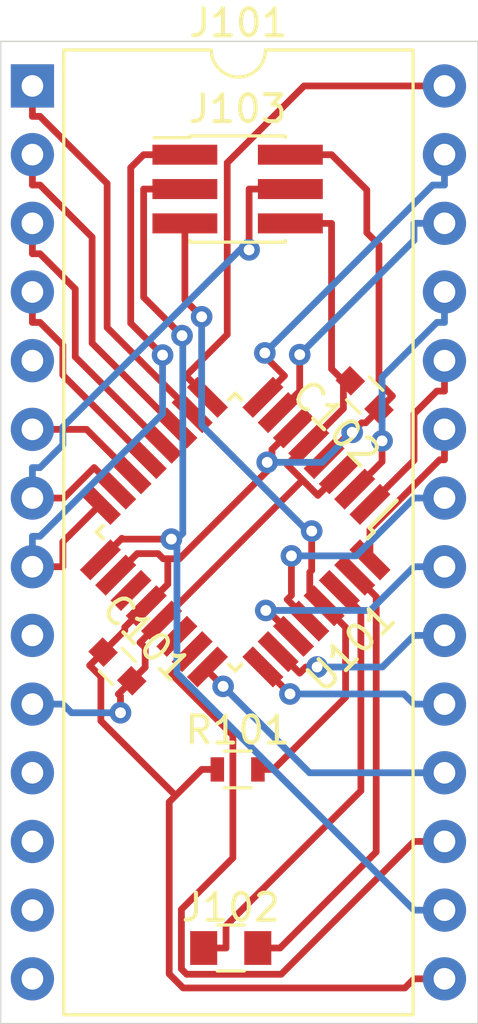
<source format=kicad_pcb>
(kicad_pcb (version 20171130) (host pcbnew "(5.1.5)-3")

  (general
    (thickness 1.6)
    (drawings 4)
    (tracks 234)
    (zones 0)
    (modules 7)
    (nets 26)
  )

  (page A4)
  (layers
    (0 F.Cu signal)
    (31 B.Cu signal)
    (32 B.Adhes user)
    (33 F.Adhes user)
    (34 B.Paste user)
    (35 F.Paste user)
    (36 B.SilkS user)
    (37 F.SilkS user)
    (38 B.Mask user)
    (39 F.Mask user)
    (40 Dwgs.User user)
    (41 Cmts.User user)
    (42 Eco1.User user)
    (43 Eco2.User user)
    (44 Edge.Cuts user)
    (45 Margin user)
    (46 B.CrtYd user)
    (47 F.CrtYd user)
    (48 B.Fab user)
    (49 F.Fab user)
  )

  (setup
    (last_trace_width 0.25)
    (trace_clearance 0.2)
    (zone_clearance 0.508)
    (zone_45_only no)
    (trace_min 0.2)
    (via_size 0.8)
    (via_drill 0.4)
    (via_min_size 0.4)
    (via_min_drill 0.3)
    (uvia_size 0.3)
    (uvia_drill 0.1)
    (uvias_allowed no)
    (uvia_min_size 0.2)
    (uvia_min_drill 0.1)
    (edge_width 0.05)
    (segment_width 0.2)
    (pcb_text_width 0.3)
    (pcb_text_size 1.5 1.5)
    (mod_edge_width 0.12)
    (mod_text_size 1 1)
    (mod_text_width 0.15)
    (pad_size 1.6 0.55)
    (pad_drill 0)
    (pad_to_mask_clearance 0.051)
    (solder_mask_min_width 0.25)
    (aux_axis_origin 0 0)
    (visible_elements 7FFFFFFF)
    (pcbplotparams
      (layerselection 0x010fc_ffffffff)
      (usegerberextensions false)
      (usegerberattributes false)
      (usegerberadvancedattributes false)
      (creategerberjobfile false)
      (excludeedgelayer true)
      (linewidth 0.100000)
      (plotframeref false)
      (viasonmask false)
      (mode 1)
      (useauxorigin false)
      (hpglpennumber 1)
      (hpglpenspeed 20)
      (hpglpendiameter 15.000000)
      (psnegative false)
      (psa4output false)
      (plotreference true)
      (plotvalue true)
      (plotinvisibletext false)
      (padsonsilk false)
      (subtractmaskfromsilk false)
      (outputformat 1)
      (mirror false)
      (drillshape 0)
      (scaleselection 1)
      (outputdirectory "gerber"))
  )

  (net 0 "")
  (net 1 /VCC)
  (net 2 GND)
  (net 3 /SegC)
  (net 4 /SegB)
  (net 5 /SegA)
  (net 6 /DP)
  (net 7 /D1)
  (net 8 /D2)
  (net 9 /D3)
  (net 10 /KN)
  (net 11 /D4)
  (net 12 /KO)
  (net 13 /D5)
  (net 14 /KP)
  (net 15 /D6)
  (net 16 /D7)
  (net 17 /SegG)
  (net 18 /D8)
  (net 19 /SegF)
  (net 20 /D9)
  (net 21 /SegE)
  (net 22 /SegD)
  (net 23 "Net-(J102-Pad2)")
  (net 24 "Net-(J102-Pad1)")
  (net 25 /RST)

  (net_class Default "This is the default net class."
    (clearance 0.2)
    (trace_width 0.25)
    (via_dia 0.8)
    (via_drill 0.4)
    (uvia_dia 0.3)
    (uvia_drill 0.1)
    (add_net /D1)
    (add_net /D2)
    (add_net /D3)
    (add_net /D4)
    (add_net /D5)
    (add_net /D6)
    (add_net /D7)
    (add_net /D8)
    (add_net /D9)
    (add_net /DP)
    (add_net /KN)
    (add_net /KO)
    (add_net /KP)
    (add_net /RST)
    (add_net /SegA)
    (add_net /SegB)
    (add_net /SegC)
    (add_net /SegD)
    (add_net /SegE)
    (add_net /SegF)
    (add_net /SegG)
    (add_net /VCC)
    (add_net GND)
    (add_net "Net-(J102-Pad1)")
    (add_net "Net-(J102-Pad2)")
  )

  (module Housings_DIP:DIP-28_W15.24mm (layer F.Cu) (tedit 59C78D6C) (tstamp 6082986D)
    (at 141 151)
    (descr "28-lead though-hole mounted DIP package, row spacing 15.24 mm (600 mils)")
    (tags "THT DIP DIL PDIP 2.54mm 15.24mm 600mil")
    (path /60832089)
    (fp_text reference J101 (at 7.62 -2.33) (layer F.SilkS)
      (effects (font (size 1 1) (thickness 0.15)))
    )
    (fp_text value Conn_02x14_Counter_Clockwise (at 7.62 35.35) (layer F.Fab) hide
      (effects (font (size 1 1) (thickness 0.15)))
    )
    (fp_text user %R (at 7.62 16.51) (layer F.Fab)
      (effects (font (size 1 1) (thickness 0.15)))
    )
    (fp_line (start 16.3 -1.55) (end -1.05 -1.55) (layer F.CrtYd) (width 0.05))
    (fp_line (start 16.3 34.55) (end 16.3 -1.55) (layer F.CrtYd) (width 0.05))
    (fp_line (start -1.05 34.55) (end 16.3 34.55) (layer F.CrtYd) (width 0.05))
    (fp_line (start -1.05 -1.55) (end -1.05 34.55) (layer F.CrtYd) (width 0.05))
    (fp_line (start 14.08 -1.33) (end 8.62 -1.33) (layer F.SilkS) (width 0.12))
    (fp_line (start 14.08 34.35) (end 14.08 -1.33) (layer F.SilkS) (width 0.12))
    (fp_line (start 1.16 34.35) (end 14.08 34.35) (layer F.SilkS) (width 0.12))
    (fp_line (start 1.16 -1.33) (end 1.16 34.35) (layer F.SilkS) (width 0.12))
    (fp_line (start 6.62 -1.33) (end 1.16 -1.33) (layer F.SilkS) (width 0.12))
    (fp_line (start 0.255 -0.27) (end 1.255 -1.27) (layer F.Fab) (width 0.1))
    (fp_line (start 0.255 34.29) (end 0.255 -0.27) (layer F.Fab) (width 0.1))
    (fp_line (start 14.985 34.29) (end 0.255 34.29) (layer F.Fab) (width 0.1))
    (fp_line (start 14.985 -1.27) (end 14.985 34.29) (layer F.Fab) (width 0.1))
    (fp_line (start 1.255 -1.27) (end 14.985 -1.27) (layer F.Fab) (width 0.1))
    (fp_arc (start 7.62 -1.33) (end 6.62 -1.33) (angle -180) (layer F.SilkS) (width 0.12))
    (pad 28 thru_hole oval (at 15.24 0) (size 1.6 1.6) (drill 0.8) (layers *.Cu *.Mask)
      (net 3 /SegC))
    (pad 14 thru_hole oval (at 0 33.02) (size 1.6 1.6) (drill 0.8) (layers *.Cu *.Mask))
    (pad 27 thru_hole oval (at 15.24 2.54) (size 1.6 1.6) (drill 0.8) (layers *.Cu *.Mask)
      (net 4 /SegB))
    (pad 13 thru_hole oval (at 0 30.48) (size 1.6 1.6) (drill 0.8) (layers *.Cu *.Mask))
    (pad 26 thru_hole oval (at 15.24 5.08) (size 1.6 1.6) (drill 0.8) (layers *.Cu *.Mask)
      (net 5 /SegA))
    (pad 12 thru_hole oval (at 0 27.94) (size 1.6 1.6) (drill 0.8) (layers *.Cu *.Mask))
    (pad 25 thru_hole oval (at 15.24 7.62) (size 1.6 1.6) (drill 0.8) (layers *.Cu *.Mask)
      (net 6 /DP))
    (pad 11 thru_hole oval (at 0 25.4) (size 1.6 1.6) (drill 0.8) (layers *.Cu *.Mask))
    (pad 24 thru_hole oval (at 15.24 10.16) (size 1.6 1.6) (drill 0.8) (layers *.Cu *.Mask)
      (net 7 /D1))
    (pad 10 thru_hole oval (at 0 22.86) (size 1.6 1.6) (drill 0.8) (layers *.Cu *.Mask)
      (net 2 GND))
    (pad 23 thru_hole oval (at 15.24 12.7) (size 1.6 1.6) (drill 0.8) (layers *.Cu *.Mask)
      (net 8 /D2))
    (pad 9 thru_hole oval (at 0 20.32) (size 1.6 1.6) (drill 0.8) (layers *.Cu *.Mask))
    (pad 22 thru_hole oval (at 15.24 15.24) (size 1.6 1.6) (drill 0.8) (layers *.Cu *.Mask)
      (net 9 /D3))
    (pad 8 thru_hole oval (at 0 17.78) (size 1.6 1.6) (drill 0.8) (layers *.Cu *.Mask)
      (net 10 /KN))
    (pad 21 thru_hole oval (at 15.24 17.78) (size 1.6 1.6) (drill 0.8) (layers *.Cu *.Mask)
      (net 11 /D4))
    (pad 7 thru_hole oval (at 0 15.24) (size 1.6 1.6) (drill 0.8) (layers *.Cu *.Mask)
      (net 12 /KO))
    (pad 20 thru_hole oval (at 15.24 20.32) (size 1.6 1.6) (drill 0.8) (layers *.Cu *.Mask)
      (net 13 /D5))
    (pad 6 thru_hole oval (at 0 12.7) (size 1.6 1.6) (drill 0.8) (layers *.Cu *.Mask)
      (net 14 /KP))
    (pad 19 thru_hole oval (at 15.24 22.86) (size 1.6 1.6) (drill 0.8) (layers *.Cu *.Mask)
      (net 15 /D6))
    (pad 5 thru_hole oval (at 0 10.16) (size 1.6 1.6) (drill 0.8) (layers *.Cu *.Mask))
    (pad 18 thru_hole oval (at 15.24 25.4) (size 1.6 1.6) (drill 0.8) (layers *.Cu *.Mask)
      (net 16 /D7))
    (pad 4 thru_hole oval (at 0 7.62) (size 1.6 1.6) (drill 0.8) (layers *.Cu *.Mask)
      (net 17 /SegG))
    (pad 17 thru_hole oval (at 15.24 27.94) (size 1.6 1.6) (drill 0.8) (layers *.Cu *.Mask)
      (net 18 /D8))
    (pad 3 thru_hole oval (at 0 5.08) (size 1.6 1.6) (drill 0.8) (layers *.Cu *.Mask)
      (net 19 /SegF))
    (pad 16 thru_hole oval (at 15.24 30.48) (size 1.6 1.6) (drill 0.8) (layers *.Cu *.Mask)
      (net 20 /D9))
    (pad 2 thru_hole oval (at 0 2.54) (size 1.6 1.6) (drill 0.8) (layers *.Cu *.Mask)
      (net 21 /SegE))
    (pad 15 thru_hole oval (at 15.24 33.02) (size 1.6 1.6) (drill 0.8) (layers *.Cu *.Mask)
      (net 1 /VCC))
    (pad 1 thru_hole rect (at 0 0) (size 1.6 1.6) (drill 0.8) (layers *.Cu *.Mask)
      (net 22 /SegD))
    (model ${KISYS3DMOD}/Housings_DIP.3dshapes/DIP-28_W15.24mm.wrl
      (at (xyz 0 0 0))
      (scale (xyz 1 1 1))
      (rotate (xyz 0 0 0))
    )
  )

  (module Housings_QFP:TQFP-32_7x7mm_Pitch0.8mm (layer F.Cu) (tedit 6082C1D0) (tstamp 6082BBD0)
    (at 148.5 167.5 225)
    (descr "32-Lead Plastic Thin Quad Flatpack (PT) - 7x7x1.0 mm Body, 2.00 mm [TQFP] (see Microchip Packaging Specification 00000049BS.pdf)")
    (tags "QFP 0.8")
    (path /60860800)
    (attr smd)
    (fp_text reference U101 (at 0 -6.05 45) (layer F.SilkS)
      (effects (font (size 1 1) (thickness 0.15)))
    )
    (fp_text value ATmega48PV-10AU-Phys (at 0 6.05 45) (layer F.Fab) hide
      (effects (font (size 1 1) (thickness 0.15)))
    )
    (fp_line (start -3.625 -3.4) (end -5.05 -3.4) (layer F.SilkS) (width 0.15))
    (fp_line (start 3.625 -3.625) (end 3.3 -3.625) (layer F.SilkS) (width 0.15))
    (fp_line (start 3.625 3.625) (end 3.3 3.625) (layer F.SilkS) (width 0.15))
    (fp_line (start -3.625 3.625) (end -3.3 3.625) (layer F.SilkS) (width 0.15))
    (fp_line (start -3.625 -3.625) (end -3.3 -3.625) (layer F.SilkS) (width 0.15))
    (fp_line (start -3.625 3.625) (end -3.625 3.3) (layer F.SilkS) (width 0.15))
    (fp_line (start 3.625 3.625) (end 3.625 3.3) (layer F.SilkS) (width 0.15))
    (fp_line (start 3.625 -3.625) (end 3.625 -3.3) (layer F.SilkS) (width 0.15))
    (fp_line (start -3.625 -3.625) (end -3.625 -3.4) (layer F.SilkS) (width 0.15))
    (fp_line (start -5.3 5.3) (end 5.3 5.3) (layer F.CrtYd) (width 0.05))
    (fp_line (start -5.3 -5.3) (end 5.3 -5.3) (layer F.CrtYd) (width 0.05))
    (fp_line (start 5.3 -5.3) (end 5.3 5.3) (layer F.CrtYd) (width 0.05))
    (fp_line (start -5.3 -5.3) (end -5.3 5.3) (layer F.CrtYd) (width 0.05))
    (fp_line (start -3.5 -2.5) (end -2.5 -3.5) (layer F.Fab) (width 0.15))
    (fp_line (start -3.5 3.5) (end -3.5 -2.5) (layer F.Fab) (width 0.15))
    (fp_line (start 3.5 3.5) (end -3.5 3.5) (layer F.Fab) (width 0.15))
    (fp_line (start 3.5 -3.5) (end 3.5 3.5) (layer F.Fab) (width 0.15))
    (fp_line (start -2.5 -3.5) (end 3.5 -3.5) (layer F.Fab) (width 0.15))
    (fp_text user %R (at 0 0 45) (layer F.Fab)
      (effects (font (size 1 1) (thickness 0.15)))
    )
    (pad 32 smd rect (at -2.8 -4.25 315) (size 1.6 0.55) (layers F.Cu F.Paste F.Mask)
      (net 8 /D2))
    (pad 31 smd rect (at -2 -4.25 315) (size 1.6 0.55) (layers F.Cu F.Paste F.Mask)
      (net 23 "Net-(J102-Pad2)"))
    (pad 30 smd rect (at -1.2 -4.25 315) (size 1.6 0.55) (layers F.Cu F.Paste F.Mask)
      (net 24 "Net-(J102-Pad1)"))
    (pad 29 smd rect (at -0.4 -4.25 315) (size 1.6 0.55) (layers F.Cu F.Paste F.Mask)
      (net 25 /RST))
    (pad 28 smd rect (at 0.4 -4.25 315) (size 1.6 0.55) (layers F.Cu F.Paste F.Mask)
      (net 9 /D3))
    (pad 27 smd rect (at 1.2 -4.25 315) (size 1.6 0.55) (layers F.Cu F.Paste F.Mask)
      (net 11 /D4))
    (pad 26 smd rect (at 2 -4.25 315) (size 1.6 0.55) (layers F.Cu F.Paste F.Mask)
      (net 13 /D5))
    (pad 25 smd rect (at 2.8 -4.25 315) (size 1.6 0.55) (layers F.Cu F.Paste F.Mask)
      (net 15 /D6))
    (pad 24 smd rect (at 4.25 -2.8 225) (size 1.6 0.55) (layers F.Cu F.Paste F.Mask)
      (net 16 /D7))
    (pad 23 smd rect (at 4.25 -2 225) (size 1.6 0.55) (layers F.Cu F.Paste F.Mask)
      (net 18 /D8))
    (pad 22 smd rect (at 4.25 -1.2 225) (size 1.6 0.55) (layers F.Cu F.Paste F.Mask))
    (pad 21 smd rect (at 4.25 -0.4 225) (size 1.6 0.55) (layers F.Cu F.Paste F.Mask)
      (net 2 GND))
    (pad 20 smd rect (at 4.25 0.4 225) (size 1.6 0.55) (layers F.Cu F.Paste F.Mask)
      (net 1 /VCC))
    (pad 19 smd rect (at 4.25 1.2 225) (size 1.6 0.55) (layers F.Cu F.Paste F.Mask))
    (pad 18 smd rect (at 4.25 2 225) (size 1.6 0.55) (layers F.Cu F.Paste F.Mask)
      (net 1 /VCC))
    (pad 17 smd rect (at 4.25 2.8 225) (size 1.6 0.55) (layers F.Cu F.Paste F.Mask)
      (net 20 /D9))
    (pad 16 smd rect (at 2.8 4.25 315) (size 1.6 0.55) (layers F.Cu F.Paste F.Mask)
      (net 10 /KN))
    (pad 15 smd rect (at 2 4.25 315) (size 1.6 0.55) (layers F.Cu F.Paste F.Mask)
      (net 12 /KO))
    (pad 14 smd rect (at 1.2 4.25 315) (size 1.6 0.55) (layers F.Cu F.Paste F.Mask)
      (net 14 /KP))
    (pad 13 smd rect (at 0.4 4.25 315) (size 1.6 0.55) (layers F.Cu F.Paste F.Mask)
      (net 17 /SegG))
    (pad 12 smd rect (at -0.4 4.25 315) (size 1.6 0.55) (layers F.Cu F.Paste F.Mask)
      (net 19 /SegF))
    (pad 11 smd rect (at -1.2 4.25 315) (size 1.6 0.55) (layers F.Cu F.Paste F.Mask)
      (net 21 /SegE))
    (pad 10 smd rect (at -2 4.25 315) (size 1.6 0.55) (layers F.Cu F.Paste F.Mask)
      (net 22 /SegD))
    (pad 9 smd rect (at -2.8 4.25 315) (size 1.6 0.55) (layers F.Cu F.Paste F.Mask)
      (net 3 /SegC))
    (pad 8 smd rect (at -4.25 2.8 225) (size 1.6 0.55) (layers F.Cu F.Paste F.Mask)
      (net 4 /SegB))
    (pad 7 smd rect (at -4.25 2 225) (size 1.6 0.55) (layers F.Cu F.Paste F.Mask)
      (net 5 /SegA))
    (pad 6 smd rect (at -4.25 1.2 225) (size 1.6 0.55) (layers F.Cu F.Paste F.Mask)
      (net 1 /VCC))
    (pad 5 smd rect (at -4.25 0.4 225) (size 1.6 0.55) (layers F.Cu F.Paste F.Mask)
      (net 2 GND))
    (pad 4 smd rect (at -4.25 -0.4 225) (size 1.6 0.55) (layers F.Cu F.Paste F.Mask)
      (net 1 /VCC))
    (pad 3 smd rect (at -4.25 -1.2 225) (size 1.6 0.55) (layers F.Cu F.Paste F.Mask)
      (net 2 GND))
    (pad 2 smd rect (at -4.25 -2 225) (size 1.6 0.55) (layers F.Cu F.Paste F.Mask)
      (net 6 /DP))
    (pad 1 smd rect (at -4.25 -2.8 225) (size 1.6 0.55) (layers F.Cu F.Paste F.Mask)
      (net 7 /D1))
    (model ${KISYS3DMOD}/Housings_QFP.3dshapes/TQFP-32_7x7mm_Pitch0.8mm.wrl
      (at (xyz 0 0 0))
      (scale (xyz 1 1 1))
      (rotate (xyz 0 0 0))
    )
  )

  (module Capacitors_SMD:C_0603 (layer F.Cu) (tedit 59958EE7) (tstamp 6082AC5B)
    (at 144.145 172.466 315)
    (descr "Capacitor SMD 0603, reflow soldering, AVX (see smccp.pdf)")
    (tags "capacitor 0603")
    (path /6085ADB9)
    (attr smd)
    (fp_text reference C101 (at 0 -1.5 135) (layer F.SilkS)
      (effects (font (size 1 1) (thickness 0.15)))
    )
    (fp_text value 100n (at 0 1.5 135) (layer F.Fab)
      (effects (font (size 1 1) (thickness 0.15)))
    )
    (fp_text user %R (at 0 0 135) (layer F.Fab)
      (effects (font (size 0.3 0.3) (thickness 0.075)))
    )
    (fp_line (start -0.8 0.4) (end -0.8 -0.4) (layer F.Fab) (width 0.1))
    (fp_line (start 0.8 0.4) (end -0.8 0.4) (layer F.Fab) (width 0.1))
    (fp_line (start 0.8 -0.4) (end 0.8 0.4) (layer F.Fab) (width 0.1))
    (fp_line (start -0.8 -0.4) (end 0.8 -0.4) (layer F.Fab) (width 0.1))
    (fp_line (start -0.35 -0.6) (end 0.35 -0.6) (layer F.SilkS) (width 0.12))
    (fp_line (start 0.35 0.6) (end -0.35 0.6) (layer F.SilkS) (width 0.12))
    (fp_line (start -1.4 -0.65) (end 1.4 -0.65) (layer F.CrtYd) (width 0.05))
    (fp_line (start -1.4 -0.65) (end -1.4 0.65) (layer F.CrtYd) (width 0.05))
    (fp_line (start 1.4 0.65) (end 1.4 -0.65) (layer F.CrtYd) (width 0.05))
    (fp_line (start 1.4 0.65) (end -1.4 0.65) (layer F.CrtYd) (width 0.05))
    (pad 1 smd rect (at -0.75 0 315) (size 0.8 0.75) (layers F.Cu F.Paste F.Mask)
      (net 1 /VCC))
    (pad 2 smd rect (at 0.75 0 315) (size 0.8 0.75) (layers F.Cu F.Paste F.Mask)
      (net 2 GND))
    (model Capacitors_SMD.3dshapes/C_0603.wrl
      (at (xyz 0 0 0))
      (scale (xyz 1 1 1))
      (rotate (xyz 0 0 0))
    )
  )

  (module Capacitors_SMD:C_0603 (layer F.Cu) (tedit 59958EE7) (tstamp 6082AC6C)
    (at 153.289 162.433 135)
    (descr "Capacitor SMD 0603, reflow soldering, AVX (see smccp.pdf)")
    (tags "capacitor 0603")
    (path /6085B1BA)
    (attr smd)
    (fp_text reference C102 (at 0 -1.5 135) (layer F.SilkS)
      (effects (font (size 1 1) (thickness 0.15)))
    )
    (fp_text value 100n (at 0 1.5 135) (layer F.Fab)
      (effects (font (size 1 1) (thickness 0.15)))
    )
    (fp_line (start 1.4 0.65) (end -1.4 0.65) (layer F.CrtYd) (width 0.05))
    (fp_line (start 1.4 0.65) (end 1.4 -0.65) (layer F.CrtYd) (width 0.05))
    (fp_line (start -1.4 -0.65) (end -1.4 0.65) (layer F.CrtYd) (width 0.05))
    (fp_line (start -1.4 -0.65) (end 1.4 -0.65) (layer F.CrtYd) (width 0.05))
    (fp_line (start 0.35 0.6) (end -0.35 0.6) (layer F.SilkS) (width 0.12))
    (fp_line (start -0.35 -0.6) (end 0.35 -0.6) (layer F.SilkS) (width 0.12))
    (fp_line (start -0.8 -0.4) (end 0.8 -0.4) (layer F.Fab) (width 0.1))
    (fp_line (start 0.8 -0.4) (end 0.8 0.4) (layer F.Fab) (width 0.1))
    (fp_line (start 0.8 0.4) (end -0.8 0.4) (layer F.Fab) (width 0.1))
    (fp_line (start -0.8 0.4) (end -0.8 -0.4) (layer F.Fab) (width 0.1))
    (fp_text user %R (at 0 0 45) (layer F.Fab)
      (effects (font (size 0.3 0.3) (thickness 0.075)))
    )
    (pad 2 smd rect (at 0.75 0 135) (size 0.8 0.75) (layers F.Cu F.Paste F.Mask)
      (net 2 GND))
    (pad 1 smd rect (at -0.75 0 135) (size 0.8 0.75) (layers F.Cu F.Paste F.Mask)
      (net 1 /VCC))
    (model Capacitors_SMD.3dshapes/C_0603.wrl
      (at (xyz 0 0 0))
      (scale (xyz 1 1 1))
      (rotate (xyz 0 0 0))
    )
  )

  (module Resistors_SMD:R_0603 (layer F.Cu) (tedit 58E0A804) (tstamp 6082AC7D)
    (at 148.59 176.276)
    (descr "Resistor SMD 0603, reflow soldering, Vishay (see dcrcw.pdf)")
    (tags "resistor 0603")
    (path /6085C02E)
    (attr smd)
    (fp_text reference R101 (at 0 -1.45) (layer F.SilkS)
      (effects (font (size 1 1) (thickness 0.15)))
    )
    (fp_text value 10k (at 0 1.5) (layer F.Fab)
      (effects (font (size 1 1) (thickness 0.15)))
    )
    (fp_line (start 1.25 0.7) (end -1.25 0.7) (layer F.CrtYd) (width 0.05))
    (fp_line (start 1.25 0.7) (end 1.25 -0.7) (layer F.CrtYd) (width 0.05))
    (fp_line (start -1.25 -0.7) (end -1.25 0.7) (layer F.CrtYd) (width 0.05))
    (fp_line (start -1.25 -0.7) (end 1.25 -0.7) (layer F.CrtYd) (width 0.05))
    (fp_line (start -0.5 -0.68) (end 0.5 -0.68) (layer F.SilkS) (width 0.12))
    (fp_line (start 0.5 0.68) (end -0.5 0.68) (layer F.SilkS) (width 0.12))
    (fp_line (start -0.8 -0.4) (end 0.8 -0.4) (layer F.Fab) (width 0.1))
    (fp_line (start 0.8 -0.4) (end 0.8 0.4) (layer F.Fab) (width 0.1))
    (fp_line (start 0.8 0.4) (end -0.8 0.4) (layer F.Fab) (width 0.1))
    (fp_line (start -0.8 0.4) (end -0.8 -0.4) (layer F.Fab) (width 0.1))
    (fp_text user %R (at -0.625001 -0.740001) (layer F.Fab)
      (effects (font (size 0.4 0.4) (thickness 0.075)))
    )
    (pad 2 smd rect (at 0.75 0) (size 0.5 0.9) (layers F.Cu F.Paste F.Mask)
      (net 25 /RST))
    (pad 1 smd rect (at -0.75 0) (size 0.5 0.9) (layers F.Cu F.Paste F.Mask)
      (net 1 /VCC))
    (model ${KISYS3DMOD}/Resistors_SMD.3dshapes/R_0603.wrl
      (at (xyz 0 0 0))
      (scale (xyz 1 1 1))
      (rotate (xyz 0 0 0))
    )
  )

  (module Capacitors_SMD:C_0805 (layer F.Cu) (tedit 58AA8463) (tstamp 60AFCB85)
    (at 148.336 182.88)
    (descr "Capacitor SMD 0805, reflow soldering, AVX (see smccp.pdf)")
    (tags "capacitor 0805")
    (path /60B0200E)
    (attr smd)
    (fp_text reference J102 (at 0 -1.5) (layer F.SilkS)
      (effects (font (size 1 1) (thickness 0.15)))
    )
    (fp_text value Conn_01x02_Male (at 0 1.75) (layer F.Fab)
      (effects (font (size 1 1) (thickness 0.15)))
    )
    (fp_line (start 1.75 0.87) (end -1.75 0.87) (layer F.CrtYd) (width 0.05))
    (fp_line (start 1.75 0.87) (end 1.75 -0.88) (layer F.CrtYd) (width 0.05))
    (fp_line (start -1.75 -0.88) (end -1.75 0.87) (layer F.CrtYd) (width 0.05))
    (fp_line (start -1.75 -0.88) (end 1.75 -0.88) (layer F.CrtYd) (width 0.05))
    (fp_line (start -0.5 0.85) (end 0.5 0.85) (layer F.SilkS) (width 0.12))
    (fp_line (start 0.5 -0.85) (end -0.5 -0.85) (layer F.SilkS) (width 0.12))
    (fp_line (start -1 -0.62) (end 1 -0.62) (layer F.Fab) (width 0.1))
    (fp_line (start 1 -0.62) (end 1 0.62) (layer F.Fab) (width 0.1))
    (fp_line (start 1 0.62) (end -1 0.62) (layer F.Fab) (width 0.1))
    (fp_line (start -1 0.62) (end -1 -0.62) (layer F.Fab) (width 0.1))
    (fp_text user %R (at 0 -1.5) (layer F.Fab)
      (effects (font (size 1 1) (thickness 0.15)))
    )
    (pad 2 smd rect (at 1 0) (size 1 1.25) (layers F.Cu F.Paste F.Mask)
      (net 23 "Net-(J102-Pad2)"))
    (pad 1 smd rect (at -1 0) (size 1 1.25) (layers F.Cu F.Paste F.Mask)
      (net 24 "Net-(J102-Pad1)"))
    (model Capacitors_SMD.3dshapes/C_0805.wrl
      (at (xyz 0 0 0))
      (scale (xyz 1 1 1))
      (rotate (xyz 0 0 0))
    )
  )

  (module Pin_Headers:Pin_Header_Straight_2x03_Pitch1.27mm_SMD (layer F.Cu) (tedit 59650536) (tstamp 60AFD478)
    (at 148.59 154.813)
    (descr "surface-mounted straight pin header, 2x03, 1.27mm pitch, double rows")
    (tags "Surface mounted pin header SMD 2x03 1.27mm double row")
    (path /60B06840)
    (attr smd)
    (fp_text reference J103 (at 0 -2.965) (layer F.SilkS)
      (effects (font (size 1 1) (thickness 0.15)))
    )
    (fp_text value Conn_02x03_Odd_Even (at 0 2.965) (layer F.Fab)
      (effects (font (size 1 1) (thickness 0.15)))
    )
    (fp_text user %R (at 4.953 -3.048 90) (layer F.Fab)
      (effects (font (size 1 1) (thickness 0.15)))
    )
    (fp_line (start 4.3 -2.45) (end -4.3 -2.45) (layer F.CrtYd) (width 0.05))
    (fp_line (start 4.3 2.45) (end 4.3 -2.45) (layer F.CrtYd) (width 0.05))
    (fp_line (start -4.3 2.45) (end 4.3 2.45) (layer F.CrtYd) (width 0.05))
    (fp_line (start -4.3 -2.45) (end -4.3 2.45) (layer F.CrtYd) (width 0.05))
    (fp_line (start 1.765 1.9) (end 1.765 1.965) (layer F.SilkS) (width 0.12))
    (fp_line (start -1.765 1.9) (end -1.765 1.965) (layer F.SilkS) (width 0.12))
    (fp_line (start 1.765 -1.965) (end 1.765 -1.9) (layer F.SilkS) (width 0.12))
    (fp_line (start -1.765 -1.965) (end -1.765 -1.9) (layer F.SilkS) (width 0.12))
    (fp_line (start -3.09 -1.9) (end -1.765 -1.9) (layer F.SilkS) (width 0.12))
    (fp_line (start -1.765 1.965) (end 1.765 1.965) (layer F.SilkS) (width 0.12))
    (fp_line (start -1.765 -1.965) (end 1.765 -1.965) (layer F.SilkS) (width 0.12))
    (fp_line (start 2.75 1.47) (end 1.705 1.47) (layer F.Fab) (width 0.1))
    (fp_line (start 2.75 1.07) (end 2.75 1.47) (layer F.Fab) (width 0.1))
    (fp_line (start 1.705 1.07) (end 2.75 1.07) (layer F.Fab) (width 0.1))
    (fp_line (start -2.75 1.47) (end -1.705 1.47) (layer F.Fab) (width 0.1))
    (fp_line (start -2.75 1.07) (end -2.75 1.47) (layer F.Fab) (width 0.1))
    (fp_line (start -1.705 1.07) (end -2.75 1.07) (layer F.Fab) (width 0.1))
    (fp_line (start 2.75 0.2) (end 1.705 0.2) (layer F.Fab) (width 0.1))
    (fp_line (start 2.75 -0.2) (end 2.75 0.2) (layer F.Fab) (width 0.1))
    (fp_line (start 1.705 -0.2) (end 2.75 -0.2) (layer F.Fab) (width 0.1))
    (fp_line (start -2.75 0.2) (end -1.705 0.2) (layer F.Fab) (width 0.1))
    (fp_line (start -2.75 -0.2) (end -2.75 0.2) (layer F.Fab) (width 0.1))
    (fp_line (start -1.705 -0.2) (end -2.75 -0.2) (layer F.Fab) (width 0.1))
    (fp_line (start 2.75 -1.07) (end 1.705 -1.07) (layer F.Fab) (width 0.1))
    (fp_line (start 2.75 -1.47) (end 2.75 -1.07) (layer F.Fab) (width 0.1))
    (fp_line (start 1.705 -1.47) (end 2.75 -1.47) (layer F.Fab) (width 0.1))
    (fp_line (start -2.75 -1.07) (end -1.705 -1.07) (layer F.Fab) (width 0.1))
    (fp_line (start -2.75 -1.47) (end -2.75 -1.07) (layer F.Fab) (width 0.1))
    (fp_line (start -1.705 -1.47) (end -2.75 -1.47) (layer F.Fab) (width 0.1))
    (fp_line (start 1.705 -1.905) (end 1.705 1.905) (layer F.Fab) (width 0.1))
    (fp_line (start -1.705 -1.47) (end -1.27 -1.905) (layer F.Fab) (width 0.1))
    (fp_line (start -1.705 1.905) (end -1.705 -1.47) (layer F.Fab) (width 0.1))
    (fp_line (start -1.27 -1.905) (end 1.705 -1.905) (layer F.Fab) (width 0.1))
    (fp_line (start 1.705 1.905) (end -1.705 1.905) (layer F.Fab) (width 0.1))
    (pad 6 smd rect (at 1.95 1.27) (size 2.4 0.74) (layers F.Cu F.Paste F.Mask)
      (net 2 GND))
    (pad 5 smd rect (at -1.95 1.27) (size 2.4 0.74) (layers F.Cu F.Paste F.Mask)
      (net 25 /RST))
    (pad 4 smd rect (at 1.95 0) (size 2.4 0.74) (layers F.Cu F.Paste F.Mask)
      (net 12 /KO))
    (pad 3 smd rect (at -1.95 0) (size 2.4 0.74) (layers F.Cu F.Paste F.Mask)
      (net 20 /D9))
    (pad 2 smd rect (at 1.95 -1.27) (size 2.4 0.74) (layers F.Cu F.Paste F.Mask)
      (net 1 /VCC))
    (pad 1 smd rect (at -1.95 -1.27) (size 2.4 0.74) (layers F.Cu F.Paste F.Mask)
      (net 10 /KN))
    (model ${KISYS3DMOD}/Pin_Headers.3dshapes/Pin_Header_Straight_2x03_Pitch1.27mm_SMD.wrl
      (at (xyz 0 0 0))
      (scale (xyz 1 1 1))
      (rotate (xyz 0 0 0))
    )
  )

  (gr_line (start 139.827 185.674) (end 139.827 149.352) (layer Edge.Cuts) (width 0.05) (tstamp 6082D243))
  (gr_line (start 157.48 185.674) (end 139.827 185.674) (layer Edge.Cuts) (width 0.05))
  (gr_line (start 157.48 149.352) (end 157.48 185.674) (layer Edge.Cuts) (width 0.05))
  (gr_line (start 139.827 149.352) (end 157.48 149.352) (layer Edge.Cuts) (width 0.05))

  (segment (start 152.0653 153.543) (end 153.369 154.8467) (width 0.25) (layer F.Cu) (net 1))
  (segment (start 153.369 154.8467) (end 153.369 156.4281) (width 0.25) (layer F.Cu) (net 1))
  (segment (start 153.369 156.4281) (end 153.8193 156.8784) (width 0.25) (layer F.Cu) (net 1))
  (segment (start 153.8193 156.8784) (end 153.8193 161.9728) (width 0.25) (layer F.Cu) (net 1))
  (segment (start 153.8193 161.9728) (end 154.3146 162.468) (width 0.25) (layer F.Cu) (net 1))
  (segment (start 153.8193 162.9633) (end 154.3146 162.468) (width 0.25) (layer F.Cu) (net 1))
  (segment (start 150.54 153.543) (end 152.0653 153.543) (width 0.25) (layer F.Cu) (net 1))
  (segment (start 146.0077 168.4848) (end 146.4397 168.4848) (width 0.25) (layer F.Cu) (net 1))
  (segment (start 146.4397 168.4848) (end 149.6848 165.2397) (width 0.25) (layer F.Cu) (net 1))
  (segment (start 149.6848 165.2397) (end 149.6848 164.9191) (width 0.25) (layer F.Cu) (net 1))
  (segment (start 144.8763 168.2953) (end 144.8763 168.2954) (width 0.25) (layer F.Cu) (net 1))
  (segment (start 144.8763 168.2954) (end 145.6494 168.2954) (width 0.25) (layer F.Cu) (net 1))
  (segment (start 145.6494 168.2954) (end 145.8388 168.4848) (width 0.25) (layer F.Cu) (net 1))
  (segment (start 145.8388 168.4848) (end 146.0077 168.4848) (width 0.25) (layer F.Cu) (net 1))
  (segment (start 146.0077 168.4848) (end 146.0077 169.4267) (width 0.25) (layer F.Cu) (net 1))
  (segment (start 146.2963 177.2444) (end 146.0603 177.4804) (width 0.25) (layer F.Cu) (net 1))
  (segment (start 146.0603 177.4804) (end 146.0603 183.8415) (width 0.25) (layer F.Cu) (net 1))
  (segment (start 146.0603 183.8415) (end 146.5765 184.3577) (width 0.25) (layer F.Cu) (net 1))
  (segment (start 146.5765 184.3577) (end 154.777 184.3577) (width 0.25) (layer F.Cu) (net 1))
  (segment (start 154.777 184.3577) (end 155.1147 184.02) (width 0.25) (layer F.Cu) (net 1))
  (segment (start 147.2647 176.276) (end 146.2963 177.2444) (width 0.25) (layer F.Cu) (net 1))
  (segment (start 143.1195 172.4309) (end 143.5331 172.8446) (width 0.25) (layer F.Cu) (net 1))
  (segment (start 143.5331 172.8446) (end 143.5331 174.4812) (width 0.25) (layer F.Cu) (net 1))
  (segment (start 143.5331 174.4812) (end 146.2963 177.2444) (width 0.25) (layer F.Cu) (net 1))
  (segment (start 143.6147 171.9357) (end 143.1195 172.4309) (width 0.25) (layer F.Cu) (net 1))
  (segment (start 143.6987 171.8517) (end 143.6147 171.9357) (width 0.25) (layer F.Cu) (net 1))
  (segment (start 143.6987 171.8517) (end 144.11 171.4404) (width 0.25) (layer F.Cu) (net 1))
  (segment (start 156.24 184.02) (end 155.1147 184.02) (width 0.25) (layer F.Cu) (net 1))
  (segment (start 144.4163 171.0181) (end 144.4163 171.1341) (width 0.25) (layer F.Cu) (net 1))
  (segment (start 144.4163 171.1341) (end 144.11 171.4404) (width 0.25) (layer F.Cu) (net 1))
  (segment (start 147.84 176.276) (end 147.2647 176.276) (width 0.25) (layer F.Cu) (net 1))
  (segment (start 149.861 164.442) (end 149.861 164.7429) (width 0.25) (layer F.Cu) (net 1))
  (segment (start 149.861 164.7429) (end 149.6848 164.9191) (width 0.25) (layer F.Cu) (net 1))
  (segment (start 152.8275 163.8091) (end 151.7175 164.9191) (width 0.25) (layer B.Cu) (net 1))
  (segment (start 151.7175 164.9191) (end 149.6848 164.9191) (width 0.25) (layer B.Cu) (net 1))
  (segment (start 152.8275 163.8091) (end 153.1781 163.4585) (width 0.25) (layer F.Cu) (net 1))
  (segment (start 153.1781 163.4585) (end 153.324 163.4585) (width 0.25) (layer F.Cu) (net 1))
  (segment (start 153.324 163.4585) (end 153.3241 163.4585) (width 0.25) (layer F.Cu) (net 1))
  (segment (start 152.8275 163.8091) (end 152.7565 163.8091) (width 0.25) (layer F.Cu) (net 1))
  (segment (start 152.7565 163.8091) (end 151.788 164.7776) (width 0.25) (layer F.Cu) (net 1))
  (segment (start 153.8193 162.9633) (end 153.3241 163.4585) (width 0.25) (layer F.Cu) (net 1))
  (segment (start 145.212 170.2224) (end 146.0077 169.4267) (width 0.25) (layer F.Cu) (net 1))
  (segment (start 144.0806 169.091) (end 144.8763 168.2953) (width 0.25) (layer F.Cu) (net 1))
  (segment (start 150.6567 163.6463) (end 149.861 164.442) (width 0.25) (layer F.Cu) (net 1))
  (segment (start 145.212 170.2224) (end 144.4163 171.0181) (width 0.25) (layer F.Cu) (net 1))
  (via (at 149.6848 164.9191) (size 0.8) (layers F.Cu B.Cu) (net 1))
  (via (at 152.8275 163.8091) (size 0.8) (layers F.Cu B.Cu) (net 1))
  (segment (start 150.54 156.083) (end 152.0653 156.083) (width 0.25) (layer F.Cu) (net 2))
  (segment (start 152.0653 156.083) (end 152.0653 161.4657) (width 0.25) (layer F.Cu) (net 2))
  (segment (start 152.0653 161.4657) (end 152.5023 161.9027) (width 0.25) (layer F.Cu) (net 2))
  (segment (start 152.5023 161.9027) (end 152.5023 162.9321) (width 0.25) (layer F.Cu) (net 2))
  (segment (start 152.5023 162.9321) (end 151.2224 164.212) (width 0.25) (layer F.Cu) (net 2))
  (segment (start 152.7587 161.9027) (end 152.5023 161.9027) (width 0.25) (layer F.Cu) (net 2))
  (segment (start 145.7776 170.788) (end 144.9819 171.5837) (width 0.25) (layer F.Cu) (net 2))
  (segment (start 144.6753 172.9963) (end 145.1706 172.501) (width 0.25) (layer F.Cu) (net 2))
  (segment (start 144.9819 171.5837) (end 145.1705 171.7723) (width 0.25) (layer F.Cu) (net 2))
  (segment (start 145.1705 171.7723) (end 145.1705 172.501) (width 0.25) (layer F.Cu) (net 2))
  (segment (start 145.1705 172.501) (end 145.1706 172.501) (width 0.25) (layer F.Cu) (net 2))
  (segment (start 150.9922 165.5734) (end 145.7776 170.788) (width 0.25) (layer F.Cu) (net 2))
  (segment (start 141 173.86) (end 142.1253 173.86) (width 0.25) (layer B.Cu) (net 2))
  (segment (start 144.6753 172.9963) (end 144.1801 173.4915) (width 0.25) (layer F.Cu) (net 2))
  (segment (start 144.2584 174.1808) (end 142.4461 174.1808) (width 0.25) (layer B.Cu) (net 2))
  (segment (start 142.4461 174.1808) (end 142.1253 173.86) (width 0.25) (layer B.Cu) (net 2))
  (segment (start 144.1801 173.4915) (end 144.2584 173.5699) (width 0.25) (layer F.Cu) (net 2))
  (segment (start 144.2584 173.5699) (end 144.2584 174.1808) (width 0.25) (layer F.Cu) (net 2))
  (segment (start 151.558 166.139) (end 151.5578 166.139) (width 0.25) (layer F.Cu) (net 2))
  (segment (start 151.5578 166.139) (end 150.9922 165.5734) (width 0.25) (layer F.Cu) (net 2))
  (segment (start 150.4267 165.0077) (end 150.4267 165.0079) (width 0.25) (layer F.Cu) (net 2))
  (segment (start 150.4267 165.0079) (end 150.9922 165.5734) (width 0.25) (layer F.Cu) (net 2))
  (segment (start 151.2224 164.212) (end 150.4267 165.0077) (width 0.25) (layer F.Cu) (net 2))
  (segment (start 152.3537 165.3433) (end 151.558 166.139) (width 0.25) (layer F.Cu) (net 2))
  (via (at 144.2584 174.1808) (size 0.8) (layers F.Cu B.Cu) (net 2))
  (segment (start 146.6791 161.7192) (end 148.2055 160.1928) (width 0.25) (layer F.Cu) (net 3))
  (segment (start 148.2055 160.1928) (end 148.2055 153.8416) (width 0.25) (layer F.Cu) (net 3))
  (segment (start 148.2055 153.8416) (end 151.0471 151) (width 0.25) (layer F.Cu) (net 3))
  (segment (start 151.0471 151) (end 156.24 151) (width 0.25) (layer F.Cu) (net 3))
  (segment (start 147.4747 162.5149) (end 146.6791 161.7192) (width 0.25) (layer F.Cu) (net 3))
  (segment (start 150.321 161.7192) (end 149.597 160.9953) (width 0.25) (layer F.Cu) (net 4))
  (segment (start 149.597 160.9953) (end 149.597 160.8735) (width 0.25) (layer F.Cu) (net 4))
  (segment (start 149.597 160.8735) (end 155.8052 154.6653) (width 0.25) (layer B.Cu) (net 4))
  (segment (start 155.8052 154.6653) (end 156.24 154.6653) (width 0.25) (layer B.Cu) (net 4))
  (segment (start 156.24 153.54) (end 156.24 154.6653) (width 0.25) (layer B.Cu) (net 4))
  (segment (start 149.5253 162.5149) (end 150.321 161.7192) (width 0.25) (layer F.Cu) (net 4))
  (via (at 149.597 160.8735) (size 0.8) (layers F.Cu B.Cu) (net 4))
  (segment (start 150.8868 162.2848) (end 150.8868 160.9371) (width 0.25) (layer F.Cu) (net 5))
  (segment (start 155.1147 156.08) (end 155.1147 156.7092) (width 0.25) (layer B.Cu) (net 5))
  (segment (start 155.1147 156.7092) (end 150.8868 160.9371) (width 0.25) (layer B.Cu) (net 5))
  (segment (start 156.24 156.08) (end 155.1147 156.08) (width 0.25) (layer B.Cu) (net 5))
  (segment (start 150.091 163.0806) (end 150.8868 162.2848) (width 0.25) (layer F.Cu) (net 5))
  (via (at 150.8868 160.9371) (size 0.8) (layers F.Cu B.Cu) (net 5))
  (segment (start 152.9194 165.909) (end 153.9324 164.896) (width 0.25) (layer F.Cu) (net 6))
  (segment (start 153.9324 164.896) (end 153.9324 164.1263) (width 0.25) (layer F.Cu) (net 6))
  (segment (start 156.24 159.7453) (end 155.9587 159.7453) (width 0.25) (layer B.Cu) (net 6))
  (segment (start 155.9587 159.7453) (end 153.9324 161.7716) (width 0.25) (layer B.Cu) (net 6))
  (segment (start 153.9324 161.7716) (end 153.9324 164.1263) (width 0.25) (layer B.Cu) (net 6))
  (segment (start 156.24 158.62) (end 156.24 159.7453) (width 0.25) (layer B.Cu) (net 6))
  (via (at 153.9324 164.1263) (size 0.8) (layers F.Cu B.Cu) (net 6))
  (segment (start 154.2808 165.679) (end 155.1147 164.8451) (width 0.25) (layer F.Cu) (net 7))
  (segment (start 155.1147 164.8451) (end 155.1147 163.1292) (width 0.25) (layer F.Cu) (net 7))
  (segment (start 155.1147 163.1292) (end 155.9586 162.2853) (width 0.25) (layer F.Cu) (net 7))
  (segment (start 155.9586 162.2853) (end 156.24 162.2853) (width 0.25) (layer F.Cu) (net 7))
  (segment (start 153.4851 166.4747) (end 154.2808 165.679) (width 0.25) (layer F.Cu) (net 7))
  (segment (start 156.24 161.16) (end 156.24 162.2853) (width 0.25) (layer F.Cu) (net 7))
  (segment (start 156.24 163.7) (end 156.24 164.8253) (width 0.25) (layer F.Cu) (net 8))
  (segment (start 153.4851 168.5253) (end 153.4851 167.4033) (width 0.25) (layer F.Cu) (net 8))
  (segment (start 153.4851 167.4033) (end 156.0631 164.8253) (width 0.25) (layer F.Cu) (net 8))
  (segment (start 156.0631 164.8253) (end 156.24 164.8253) (width 0.25) (layer F.Cu) (net 8))
  (segment (start 150.4267 169.9923) (end 150.5798 169.8392) (width 0.25) (layer F.Cu) (net 9))
  (segment (start 150.5798 169.8392) (end 150.5798 168.3786) (width 0.25) (layer F.Cu) (net 9))
  (segment (start 155.1147 166.24) (end 152.9761 168.3786) (width 0.25) (layer B.Cu) (net 9))
  (segment (start 152.9761 168.3786) (end 150.5798 168.3786) (width 0.25) (layer B.Cu) (net 9))
  (segment (start 156.24 166.24) (end 155.1147 166.24) (width 0.25) (layer B.Cu) (net 9))
  (segment (start 151.2224 170.788) (end 150.4267 169.9923) (width 0.25) (layer F.Cu) (net 9))
  (via (at 150.5798 168.3786) (size 0.8) (layers F.Cu B.Cu) (net 9))
  (segment (start 145.8145 160.9525) (end 144.6369 159.7749) (width 0.25) (layer F.Cu) (net 10))
  (segment (start 144.6369 159.7749) (end 144.6369 154.0208) (width 0.25) (layer F.Cu) (net 10))
  (segment (start 144.6369 154.0208) (end 145.1147 153.543) (width 0.25) (layer F.Cu) (net 10))
  (segment (start 141 168.78) (end 142.1253 168.78) (width 0.25) (layer F.Cu) (net 10))
  (segment (start 142.1253 168.78) (end 142.1253 167.8643) (width 0.25) (layer F.Cu) (net 10))
  (segment (start 142.1253 167.8643) (end 143.5149 166.4747) (width 0.25) (layer F.Cu) (net 10))
  (segment (start 141 167.6547) (end 141.2813 167.6547) (width 0.25) (layer B.Cu) (net 10))
  (segment (start 141.2813 167.6547) (end 145.8145 163.1215) (width 0.25) (layer B.Cu) (net 10))
  (segment (start 145.8145 163.1215) (end 145.8145 160.9525) (width 0.25) (layer B.Cu) (net 10))
  (segment (start 146.64 153.543) (end 145.1147 153.543) (width 0.25) (layer F.Cu) (net 10))
  (segment (start 141 168.78) (end 141 167.6547) (width 0.25) (layer B.Cu) (net 10))
  (via (at 145.8145 160.9525) (size 0.8) (layers F.Cu B.Cu) (net 10))
  (segment (start 156.24 168.78) (end 155.1147 168.78) (width 0.25) (layer B.Cu) (net 11))
  (segment (start 149.861 170.558) (end 149.7935 170.558) (width 0.25) (layer F.Cu) (net 11))
  (segment (start 149.7935 170.558) (end 149.6316 170.3961) (width 0.25) (layer F.Cu) (net 11))
  (segment (start 155.1147 168.78) (end 153.4986 170.3961) (width 0.25) (layer B.Cu) (net 11))
  (segment (start 153.4986 170.3961) (end 149.6316 170.3961) (width 0.25) (layer B.Cu) (net 11))
  (segment (start 150.6567 171.3537) (end 149.861 170.558) (width 0.25) (layer F.Cu) (net 11))
  (via (at 149.6316 170.3961) (size 0.8) (layers F.Cu B.Cu) (net 11))
  (segment (start 141 166.24) (end 141 165.1147) (width 0.25) (layer B.Cu) (net 12))
  (segment (start 144.0806 165.909) (end 143.2848 165.1132) (width 0.25) (layer F.Cu) (net 12))
  (segment (start 141 166.24) (end 142.1253 166.24) (width 0.25) (layer F.Cu) (net 12))
  (segment (start 149.0147 157.0612) (end 148.6746 157.0612) (width 0.25) (layer B.Cu) (net 12))
  (segment (start 148.6746 157.0612) (end 142.1253 163.6105) (width 0.25) (layer B.Cu) (net 12))
  (segment (start 142.1253 163.6105) (end 142.1253 164.2708) (width 0.25) (layer B.Cu) (net 12))
  (segment (start 142.1253 164.2708) (end 141.2814 165.1147) (width 0.25) (layer B.Cu) (net 12))
  (segment (start 141.2814 165.1147) (end 141 165.1147) (width 0.25) (layer B.Cu) (net 12))
  (segment (start 149.0147 154.813) (end 149.0147 157.0612) (width 0.25) (layer F.Cu) (net 12))
  (segment (start 150.54 154.813) (end 149.0147 154.813) (width 0.25) (layer F.Cu) (net 12))
  (segment (start 143.2848 165.1132) (end 142.158 166.24) (width 0.25) (layer F.Cu) (net 12))
  (segment (start 142.158 166.24) (end 142.1253 166.24) (width 0.25) (layer F.Cu) (net 12))
  (via (at 149.0147 157.0612) (size 0.8) (layers F.Cu B.Cu) (net 12))
  (segment (start 150.091 171.9194) (end 150.8868 172.7152) (width 0.25) (layer F.Cu) (net 13))
  (segment (start 156.24 171.32) (end 155.1147 171.32) (width 0.25) (layer B.Cu) (net 13))
  (segment (start 150.8868 172.7152) (end 151.113 172.489) (width 0.25) (layer F.Cu) (net 13))
  (segment (start 151.113 172.489) (end 151.5292 172.489) (width 0.25) (layer F.Cu) (net 13))
  (segment (start 155.1147 171.32) (end 153.9457 172.489) (width 0.25) (layer B.Cu) (net 13))
  (segment (start 153.9457 172.489) (end 151.5292 172.489) (width 0.25) (layer B.Cu) (net 13))
  (via (at 151.5292 172.489) (size 0.8) (layers F.Cu B.Cu) (net 13))
  (segment (start 144.6463 165.3433) (end 143.003 163.7) (width 0.25) (layer F.Cu) (net 14))
  (segment (start 143.003 163.7) (end 141 163.7) (width 0.25) (layer F.Cu) (net 14))
  (segment (start 149.5253 172.4851) (end 150.526 173.4858) (width 0.25) (layer F.Cu) (net 15))
  (segment (start 155.1147 173.86) (end 154.7405 173.4858) (width 0.25) (layer B.Cu) (net 15))
  (segment (start 154.7405 173.4858) (end 150.526 173.4858) (width 0.25) (layer B.Cu) (net 15))
  (segment (start 156.24 173.86) (end 155.1147 173.86) (width 0.25) (layer B.Cu) (net 15))
  (via (at 150.526 173.4858) (size 0.8) (layers F.Cu B.Cu) (net 15))
  (segment (start 147.4747 172.4851) (end 147.4747 172.6246) (width 0.25) (layer F.Cu) (net 16))
  (segment (start 147.4747 172.6246) (end 148.054 173.2039) (width 0.25) (layer F.Cu) (net 16))
  (segment (start 156.24 176.4) (end 151.2501 176.4) (width 0.25) (layer B.Cu) (net 16))
  (segment (start 151.2501 176.4) (end 148.054 173.2039) (width 0.25) (layer B.Cu) (net 16))
  (via (at 148.054 173.2039) (size 0.8) (layers F.Cu B.Cu) (net 16))
  (segment (start 144.4163 163.9819) (end 142.1253 161.6909) (width 0.25) (layer F.Cu) (net 17))
  (segment (start 142.1253 161.6909) (end 142.1253 160.5892) (width 0.25) (layer F.Cu) (net 17))
  (segment (start 142.1253 160.5892) (end 141.2814 159.7453) (width 0.25) (layer F.Cu) (net 17))
  (segment (start 141.2814 159.7453) (end 141 159.7453) (width 0.25) (layer F.Cu) (net 17))
  (segment (start 145.212 164.7776) (end 144.4163 163.9819) (width 0.25) (layer F.Cu) (net 17))
  (segment (start 141 158.62) (end 141 159.7453) (width 0.25) (layer F.Cu) (net 17))
  (segment (start 156.24 178.94) (end 155.1147 178.94) (width 0.25) (layer F.Cu) (net 18))
  (segment (start 146.909 171.9194) (end 146.1132 172.7152) (width 0.25) (layer F.Cu) (net 18))
  (segment (start 146.1132 172.7152) (end 148.4154 175.0174) (width 0.25) (layer F.Cu) (net 18))
  (segment (start 148.4154 175.0174) (end 148.4154 179.5481) (width 0.25) (layer F.Cu) (net 18))
  (segment (start 148.4154 179.5481) (end 146.5106 181.4529) (width 0.25) (layer F.Cu) (net 18))
  (segment (start 146.5106 181.4529) (end 146.5106 183.6549) (width 0.25) (layer F.Cu) (net 18))
  (segment (start 146.5106 183.6549) (end 146.7069 183.8512) (width 0.25) (layer F.Cu) (net 18))
  (segment (start 146.7069 183.8512) (end 150.2035 183.8512) (width 0.25) (layer F.Cu) (net 18))
  (segment (start 150.2035 183.8512) (end 155.1147 178.94) (width 0.25) (layer F.Cu) (net 18))
  (segment (start 141 156.08) (end 141 157.2053) (width 0.25) (layer F.Cu) (net 19))
  (segment (start 145.7776 164.212) (end 142.5846 161.019) (width 0.25) (layer F.Cu) (net 19))
  (segment (start 142.5846 161.019) (end 142.5846 158.5086) (width 0.25) (layer F.Cu) (net 19))
  (segment (start 142.5846 158.5086) (end 141.2813 157.2053) (width 0.25) (layer F.Cu) (net 19))
  (segment (start 141.2813 157.2053) (end 141 157.2053) (width 0.25) (layer F.Cu) (net 19))
  (segment (start 145.1147 154.813) (end 145.1147 158.8143) (width 0.25) (layer F.Cu) (net 20))
  (segment (start 145.1147 158.8143) (end 146.5344 160.234) (width 0.25) (layer F.Cu) (net 20))
  (segment (start 146.3465 167.7595) (end 146.5627 167.5433) (width 0.25) (layer B.Cu) (net 20))
  (segment (start 146.5627 167.5433) (end 146.5627 160.2623) (width 0.25) (layer B.Cu) (net 20))
  (segment (start 146.5627 160.2623) (end 146.5344 160.234) (width 0.25) (layer B.Cu) (net 20))
  (segment (start 146.64 154.813) (end 145.1147 154.813) (width 0.25) (layer F.Cu) (net 20))
  (segment (start 146.3465 167.7595) (end 146.3465 172.7118) (width 0.25) (layer B.Cu) (net 20))
  (segment (start 146.3465 172.7118) (end 155.1147 181.48) (width 0.25) (layer B.Cu) (net 20))
  (segment (start 146.1392 167.7595) (end 146.3465 167.7595) (width 0.25) (layer B.Cu) (net 20))
  (segment (start 143.5149 168.5253) (end 144.3106 167.7296) (width 0.25) (layer F.Cu) (net 20))
  (segment (start 144.3106 167.7296) (end 144.3404 167.7595) (width 0.25) (layer F.Cu) (net 20))
  (segment (start 144.3404 167.7595) (end 146.1392 167.7595) (width 0.25) (layer F.Cu) (net 20))
  (segment (start 156.24 181.48) (end 155.1147 181.48) (width 0.25) (layer B.Cu) (net 20))
  (via (at 146.5344 160.234) (size 0.8) (layers F.Cu B.Cu) (net 20))
  (via (at 146.1392 167.7595) (size 0.8) (layers F.Cu B.Cu) (net 20))
  (segment (start 141 153.54) (end 141 154.6653) (width 0.25) (layer F.Cu) (net 21))
  (segment (start 146.3433 163.6463) (end 143.2087 160.5117) (width 0.25) (layer F.Cu) (net 21))
  (segment (start 143.2087 160.5117) (end 143.2087 156.5927) (width 0.25) (layer F.Cu) (net 21))
  (segment (start 143.2087 156.5927) (end 141.2813 154.6653) (width 0.25) (layer F.Cu) (net 21))
  (segment (start 141.2813 154.6653) (end 141 154.6653) (width 0.25) (layer F.Cu) (net 21))
  (segment (start 146.909 163.0806) (end 143.7638 159.9354) (width 0.25) (layer F.Cu) (net 22))
  (segment (start 143.7638 159.9354) (end 143.7638 154.6078) (width 0.25) (layer F.Cu) (net 22))
  (segment (start 143.7638 154.6078) (end 141.2813 152.1253) (width 0.25) (layer F.Cu) (net 22))
  (segment (start 141.2813 152.1253) (end 141 152.1253) (width 0.25) (layer F.Cu) (net 22))
  (segment (start 141 151) (end 141 152.1253) (width 0.25) (layer F.Cu) (net 22))
  (segment (start 152.9194 169.091) (end 153.7152 169.8868) (width 0.25) (layer F.Cu) (net 23))
  (segment (start 149.336 182.88) (end 150.1613 182.88) (width 0.25) (layer F.Cu) (net 23))
  (segment (start 150.1613 182.88) (end 153.7152 179.3261) (width 0.25) (layer F.Cu) (net 23))
  (segment (start 153.7152 179.3261) (end 153.7152 169.8868) (width 0.25) (layer F.Cu) (net 23))
  (segment (start 152.3537 169.6567) (end 153.1494 170.4524) (width 0.25) (layer F.Cu) (net 24))
  (segment (start 147.336 182.88) (end 148.1613 182.88) (width 0.25) (layer F.Cu) (net 24))
  (segment (start 148.1613 182.88) (end 148.1613 182.0547) (width 0.25) (layer F.Cu) (net 24))
  (segment (start 148.1613 182.0547) (end 153.1494 177.0666) (width 0.25) (layer F.Cu) (net 24))
  (segment (start 153.1494 177.0666) (end 153.1494 170.4524) (width 0.25) (layer F.Cu) (net 24))
  (segment (start 146.64 156.083) (end 146.64 158.9168) (width 0.25) (layer F.Cu) (net 25))
  (segment (start 146.64 158.9168) (end 147.2598 159.5366) (width 0.25) (layer F.Cu) (net 25))
  (segment (start 151.33 167.4603) (end 151.1717 167.4603) (width 0.25) (layer B.Cu) (net 25))
  (segment (start 151.1717 167.4603) (end 147.2598 163.5484) (width 0.25) (layer B.Cu) (net 25))
  (segment (start 147.2598 163.5484) (end 147.2598 159.5366) (width 0.25) (layer B.Cu) (net 25))
  (segment (start 151.788 170.2224) (end 152.5837 171.0181) (width 0.25) (layer F.Cu) (net 25))
  (segment (start 149.34 176.276) (end 149.9153 176.276) (width 0.25) (layer F.Cu) (net 25))
  (segment (start 149.9153 176.276) (end 152.5837 173.6076) (width 0.25) (layer F.Cu) (net 25))
  (segment (start 152.5837 173.6076) (end 152.5837 171.0181) (width 0.25) (layer F.Cu) (net 25))
  (segment (start 151.33 167.4603) (end 151.33 168.9151) (width 0.25) (layer F.Cu) (net 25))
  (segment (start 151.33 168.9151) (end 151.2591 168.986) (width 0.25) (layer F.Cu) (net 25))
  (segment (start 151.2591 168.986) (end 151.2591 169.6935) (width 0.25) (layer F.Cu) (net 25))
  (segment (start 151.2591 169.6935) (end 151.788 170.2224) (width 0.25) (layer F.Cu) (net 25))
  (via (at 151.33 167.4603) (size 0.8) (layers F.Cu B.Cu) (net 25))
  (via (at 147.2598 159.5366) (size 0.8) (layers F.Cu B.Cu) (net 25))

)

</source>
